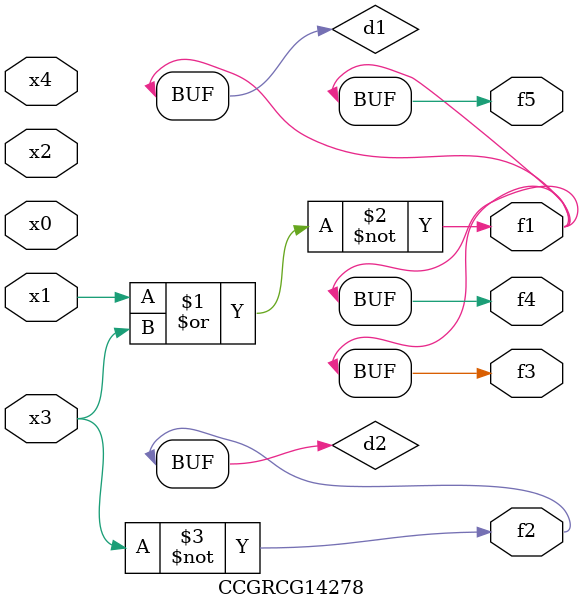
<source format=v>
module CCGRCG14278(
	input x0, x1, x2, x3, x4,
	output f1, f2, f3, f4, f5
);

	wire d1, d2;

	nor (d1, x1, x3);
	not (d2, x3);
	assign f1 = d1;
	assign f2 = d2;
	assign f3 = d1;
	assign f4 = d1;
	assign f5 = d1;
endmodule

</source>
